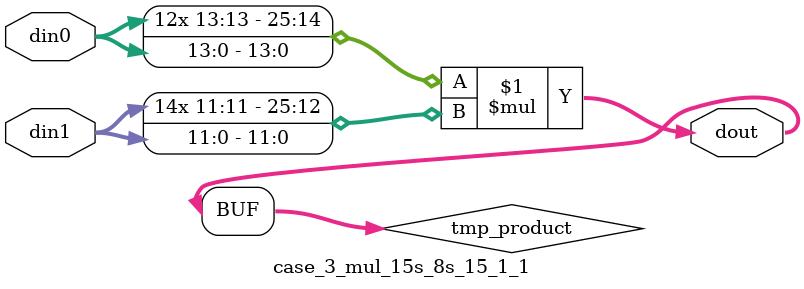
<source format=v>

`timescale 1 ns / 1 ps

 module case_3_mul_15s_8s_15_1_1(din0, din1, dout);
parameter ID = 1;
parameter NUM_STAGE = 0;
parameter din0_WIDTH = 14;
parameter din1_WIDTH = 12;
parameter dout_WIDTH = 26;

input [din0_WIDTH - 1 : 0] din0; 
input [din1_WIDTH - 1 : 0] din1; 
output [dout_WIDTH - 1 : 0] dout;

wire signed [dout_WIDTH - 1 : 0] tmp_product;



























assign tmp_product = $signed(din0) * $signed(din1);








assign dout = tmp_product;





















endmodule

</source>
